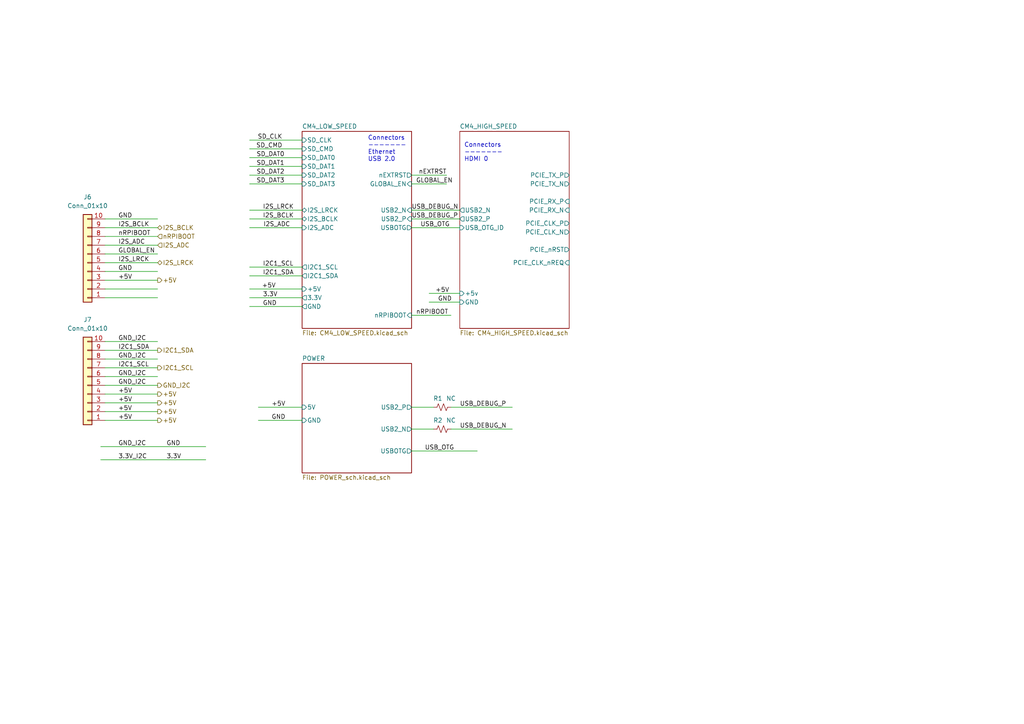
<source format=kicad_sch>
(kicad_sch (version 20230121) (generator eeschema)
  (paper "A4")
  (lib_symbols
    (symbol "Connector_Generic:Conn_01x10" (pin_names (offset 1.016) hide)
      (property "Reference" "J" (at 0 12.7 0))
      (property "Value" "Conn_01x10" (at 0 -15.24 0))
      (symbol "Conn_01x10_1_1"
        (rectangle (start -1.27 -12.573) (end 0 -12.827) (stroke (width 0.1524)))
        (rectangle (start -1.27 -10.033) (end 0 -10.287) (stroke (width 0.1524)))
        (rectangle (start -1.27 -7.493) (end 0 -7.747) (stroke (width 0.1524)))
        (rectangle (start -1.27 -4.953) (end 0 -5.207) (stroke (width 0.1524)))
        (rectangle (start -1.27 -2.413) (end 0 -2.667) (stroke (width 0.1524)))
        (rectangle (start -1.27 0.127) (end 0 -0.127) (stroke (width 0.1524)))
        (rectangle (start -1.27 2.667) (end 0 2.413) (stroke (width 0.1524)))
        (rectangle (start -1.27 5.207) (end 0 4.953) (stroke (width 0.1524)))
        (rectangle (start -1.27 7.747) (end 0 7.493) (stroke (width 0.1524)))
        (rectangle (start -1.27 10.287) (end 0 10.033) (stroke (width 0.1524)))
        (rectangle (start -1.27 11.43) (end 1.27 -13.97) (stroke (width 0.254)) (fill (type background)))
        (pin passive line (at -5.08 10.16 0) (length 3.81) (name "Pin_1") (number "1"))
        (pin passive line (at -5.08 -12.7 0) (length 3.81) (name "Pin_10") (number "10"))
        (pin passive line (at -5.08 7.62 0) (length 3.81) (name "Pin_2") (number "2"))
        (pin passive line (at -5.08 5.08 0) (length 3.81) (name "Pin_3") (number "3"))
        (pin passive line (at -5.08 2.54 0) (length 3.81) (name "Pin_4") (number "4"))
        (pin passive line (at -5.08 0 0) (length 3.81) (name "Pin_5") (number "5"))
        (pin passive line (at -5.08 -2.54 0) (length 3.81) (name "Pin_6") (number "6"))
        (pin passive line (at -5.08 -5.08 0) (length 3.81) (name "Pin_7") (number "7"))
        (pin passive line (at -5.08 -7.62 0) (length 3.81) (name "Pin_8") (number "8"))
        (pin passive line (at -5.08 -10.16 0) (length 3.81) (name "Pin_9") (number "9"))
      )
    )
    (symbol "Device:R_Small_US" (pin_numbers hide) (pin_names (offset 0.254) hide)
      (property "Reference" "R" (at 0.762 0.508 0))
      (property "Value" "R_Small_US" (at 0.762 -1.016 0))
      (symbol "R_Small_US_1_1"
        (polyline (pts (xy 0 0) (xy 1.016 -0.381) (xy 0 -0.762) (xy -1.016 -1.143) (xy 0 -1.524)))
        (polyline (pts (xy 0 1.524) (xy 1.016 1.143) (xy 0 0.762) (xy -1.016 0.381) (xy 0 0)))
        (pin passive line (at 0 2.54 270) (length 1.016) (name "~") (number "1"))
        (pin passive line (at 0 -2.54 90) (length 1.016) (name "~") (number "2"))
      )
    )
  )
  (wire (pts (xy 30.48 78.74) (xy 45.72 78.74)))
  (wire (pts (xy 72.39 60.96) (xy 87.63 60.96)))
  (wire (pts (xy 30.48 114.3) (xy 45.72 114.3)))
  (wire (pts (xy 124.46 85.09) (xy 133.35 85.09)))
  (wire (pts (xy 30.48 81.28) (xy 45.72 81.28)))
  (wire (pts (xy 30.48 106.68) (xy 45.72 106.68)))
  (wire (pts (xy 119.38 66.04) (xy 133.35 66.04)))
  (wire (pts (xy 30.48 111.76) (xy 45.72 111.76)))
  (wire (pts (xy 30.48 83.82) (xy 45.72 83.82)))
  (wire (pts (xy 119.38 91.44) (xy 130.81 91.44)))
  (wire (pts (xy 30.48 68.58) (xy 45.72 68.58)))
  (wire (pts (xy 72.39 86.36) (xy 87.63 86.36)))
  (wire (pts (xy 30.48 119.38) (xy 45.72 119.38)))
  (wire (pts (xy 30.48 63.5) (xy 45.72 63.5)))
  (wire (pts (xy 72.39 80.01) (xy 87.63 80.01)))
  (wire (pts (xy 30.48 104.14) (xy 45.72 104.14)))
  (wire (pts (xy 30.48 66.04) (xy 45.72 66.04)))
  (wire (pts (xy 72.39 45.72) (xy 87.63 45.72)))
  (wire (pts (xy 72.39 88.9) (xy 87.63 88.9)))
  (wire (pts (xy 72.39 66.04) (xy 87.63 66.04)))
  (wire (pts (xy 119.38 124.46) (xy 125.73 124.46)))
  (wire (pts (xy 119.38 60.96) (xy 133.35 60.96)))
  (wire (pts (xy 30.48 76.2) (xy 45.72 76.2)))
  (wire (pts (xy 72.39 40.64) (xy 87.63 40.64)))
  (wire (pts (xy 29.21 129.54) (xy 59.69 129.54)))
  (wire (pts (xy 119.38 53.34) (xy 129.54 53.34)))
  (wire (pts (xy 30.48 116.84) (xy 45.72 116.84)))
  (wire (pts (xy 72.39 63.5) (xy 87.63 63.5)))
  (wire (pts (xy 30.48 99.06) (xy 45.72 99.06)))
  (wire (pts (xy 72.39 50.8) (xy 87.63 50.8)))
  (wire (pts (xy 30.48 101.6) (xy 45.72 101.6)))
  (wire (pts (xy 30.48 109.22) (xy 45.72 109.22)))
  (wire (pts (xy 72.39 77.47) (xy 87.63 77.47)))
  (wire (pts (xy 74.93 118.11) (xy 87.63 118.11)))
  (wire (pts (xy 30.48 86.36) (xy 45.72 86.36)))
  (wire (pts (xy 72.39 43.18) (xy 87.63 43.18)))
  (wire (pts (xy 72.39 53.34) (xy 87.63 53.34)))
  (wire (pts (xy 119.38 63.5) (xy 133.35 63.5)))
  (wire (pts (xy 29.21 133.35) (xy 59.69 133.35)))
  (wire (pts (xy 129.54 50.8) (xy 119.38 50.8)))
  (wire (pts (xy 119.38 130.81) (xy 138.43 130.81)))
  (wire (pts (xy 30.48 121.92) (xy 45.72 121.92)))
  (wire (pts (xy 130.81 124.46) (xy 148.59 124.46)))
  (wire (pts (xy 74.93 121.92) (xy 87.63 121.92)))
  (wire (pts (xy 119.38 118.11) (xy 125.73 118.11)))
  (wire (pts (xy 72.39 83.82) (xy 87.63 83.82)))
  (wire (pts (xy 124.46 87.63) (xy 133.35 87.63)))
  (wire (pts (xy 30.48 73.66) (xy 45.72 73.66)))
  (wire (pts (xy 72.39 48.26) (xy 87.63 48.26)))
  (wire (pts (xy 130.81 118.11) (xy 148.59 118.11)))
  (wire (pts (xy 30.48 71.12) (xy 45.72 71.12)))
  (text "Connectors\n-------\nHDMI 0" (at 134.62 46.99 0) (effects (font (size 1.27 1.27)) (justify left bottom)))
  (text "Connectors\n-------\nEthernet\nUSB 2.0" (at 106.68 46.99 0) (effects (font (size 1.27 1.27)) (justify left bottom)))
  (label "GND" (at 34.29 78.74 0))
  (label "+5V" (at 34.29 114.3 0))
  (label "USB_DEBUG_P" (at 119.38 63.5 0))
  (label "SD_DAT3" (at 82.55 53.34 180))
  (label "nRPIBOOT" (at 120.65 91.44 0))
  (label "I2S_BCLK" (at 76.2 63.5 0))
  (label "GND_I2C" (at 34.29 109.22 0))
  (label "USB_OTG" (at 121.92 66.04 0))
  (label "SD_CMD" (at 81.915 43.18 180))
  (label "GLOBAL_EN" (at 120.65 53.34 0))
  (label "GND" (at 78.74 121.92 0))
  (label "+5V" (at 130.3261 85.09 180))
  (label "I2C1_SCL" (at 34.29 106.68 0))
  (label "GND_I2C" (at 34.29 111.76 0))
  (label "GND_I2C" (at 34.29 99.06 0))
  (label "+5V" (at 34.29 116.84 0))
  (label "GND" (at 48.26 129.54 0))
  (label "I2C1_SDA" (at 76.2 80.01 0))
  (label "I2S_LRCK" (at 76.2 60.96 0))
  (label "+5V" (at 78.74 118.11 0))
  (label "GLOBAL_EN" (at 34.29 73.66 0))
  (label "I2S_ADC" (at 34.29 71.12 0))
  (label "SD_DAT0" (at 82.55 45.72 180))
  (label "I2C1_SDA" (at 34.29 101.6 0))
  (label "SD_DAT1" (at 82.55 48.26 180))
  (label "I2S_LRCK" (at 34.29 76.2 0))
  (label "GND_I2C" (at 34.29 104.14 0))
  (label "GND" (at 76.2 88.9 0))
  (label "+5V" (at 34.253 119.38 0))
  (label "+5V" (at 34.29 81.28 0))
  (label "GND_I2C" (at 34.29 129.54 0))
  (label "I2C1_SCL" (at 76.2 77.47 0))
  (label "SD_DAT2" (at 82.55 50.8 180))
  (label "3.3V" (at 76.2 86.36 0))
  (label "3.3V" (at 48.26 133.35 0))
  (label "nRPIBOOT" (at 34.29 68.58 0))
  (label "+5V" (at 34.29 121.92 0))
  (label "USB_DEBUG_N" (at 133.35 124.46 0))
  (label "USB_OTG" (at 123.19 130.81 0))
  (label "USB_DEBUG_P" (at 133.35 118.11 0))
  (label "GND" (at 127 87.63 0))
  (label "I2S_ADC" (at 76.3577 66.04 0))
  (label "GND" (at 34.29 63.5 0))
  (label "SD_CLK" (at 81.915 40.64 180))
  (label "USB_DEBUG_N" (at 119.38 60.96 0))
  (label "I2S_BCLK" (at 34.29 66.04 0))
  (label "3.3V_I2C" (at 34.29 133.35 0))
  (label "+5V" (at 80.01 83.82 180))
  (label "nEXTRST" (at 129.54 50.8 180))
  (hierarchical_label "I2S_LRCK" (shape bidirectional) (at 45.72 76.2 0))
  (hierarchical_label "+5V" (shape output) (at 45.72 119.38 0))
  (hierarchical_label "+5V" (shape output) (at 45.72 81.28 0))
  (hierarchical_label "nRPIBOOT" (shape input) (at 45.72 68.58 0))
  (hierarchical_label "I2S_ADC" (shape input) (at 45.72 71.12 0))
  (hierarchical_label "I2S_BCLK" (shape bidirectional) (at 45.72 66.04 0))
  (hierarchical_label "GND_I2C" (shape output) (at 45.72 111.76 0))
  (hierarchical_label "I2C1_SDA" (shape output) (at 45.72 101.6 0))
  (hierarchical_label "I2C1_SCL" (shape output) (at 45.72 106.68 0))
  (hierarchical_label "+5V" (shape output) (at 45.72 116.84 0))
  (hierarchical_label "+5V" (shape output) (at 45.72 114.3 0))
  (hierarchical_label "+5V" (shape output) (at 45.72 121.92 0))
  (symbol (lib_id "Device:R_Small_US") (at 128.27 124.46 90) (unit 1)
    (property "Reference" "R2" (at 127 121.92 90))
    (property "Value" "NC" (at 130.81 121.92 90))
    (property "Footprint" "Resistor_SMD:R_0402_1005Metric" (effects hide))
  )
  (symbol (lib_id "Connector_Generic:Conn_01x10") (at 25.4 76.2 180) (unit 1)
    (property "Reference" "J6" (at 25.4 57.15 0))
    (property "Value" "Conn_01x10" (at 25.4 59.69 0))
    (property "Footprint" "Connector_PinHeader_2.54mm:PinHeader_1x10_P2.54mm_Vertical" (effects hide))
  )
  (symbol (lib_id "Device:R_Small_US") (at 128.27 118.11 90) (unit 1)
    (property "Reference" "R1" (at 127 115.57 90))
    (property "Value" "NC" (at 130.81 115.57 90))
    (property "Footprint" "Resistor_SMD:R_0402_1005Metric" (effects hide))
  )
  (symbol (lib_id "Connector_Generic:Conn_01x10") (at 25.4 111.76 180) (unit 1)
    (property "Reference" "J7" (at 25.4 92.71 0))
    (property "Value" "Conn_01x10" (at 25.4 95.25 0))
    (property "Footprint" "Connector_PinHeader_2.54mm:PinHeader_1x10_P2.54mm_Vertical" (effects hide))
  )
  (sheet (at 87.63 38.1) (size 31.75 57.15) (stroke (width 0.1524))
    (property "Sheetname" "CM4_LOW_SPEED" (at 87.63 37.3884 0) (effects (justify left bottom)))
    (property "Sheetfile" "CM4_LOW_SPEED.kicad_sch" (at 87.63 95.8346 0) (effects (justify left top)))
    (pin "USB2_N" input (at 119.38 60.96 0))
    (pin "USB2_P" input (at 119.38 63.5 0))
    (pin "USBOTG" output (at 119.38 66.04 0))
    (pin "I2S_LRCK" bidirectional (at 87.63 60.96 180))
    (pin "I2S_ADC" input (at 87.63 66.04 180))
    (pin "I2S_BCLK" bidirectional (at 87.63 63.5 180))
    (pin "I2C1_SCL" output (at 87.63 77.47 180))
    (pin "I2C1_SDA" output (at 87.63 80.01 180))
    (pin "3.3V" output (at 87.63 86.36 180))
    (pin "GND" output (at 87.63 88.9 180))
    (pin "SD_CLK" input (at 87.63 40.64 180))
    (pin "SD_DAT3" input (at 87.63 53.34 180))
    (pin "SD_DAT0" input (at 87.63 45.72 180))
    (pin "SD_DAT1" input (at 87.63 48.26 180))
    (pin "SD_DAT2" input (at 87.63 50.8 180))
    (pin "SD_CMD" input (at 87.63 43.18 180))
    (pin "+5V" input (at 87.63 83.82 180))
    (pin "nRPIBOOT" input (at 119.38 91.44 0))
    (pin "nEXTRST" output (at 119.38 50.8 0))
    (pin "GLOBAL_EN" input (at 119.38 53.34 0))
  )
  (sheet (at 87.63 105.41) (size 31.75 31.75) (stroke (width 0.1524))
    (property "Sheetname" "POWER" (at 87.63 104.6984 0) (effects (justify left bottom)))
    (property "Sheetfile" "POWER_sch.kicad_sch" (at 87.63 137.7446 0) (effects (justify left top)))
    (pin "5V" input (at 87.63 118.11 180))
    (pin "GND" input (at 87.63 121.92 180))
    (pin "USB2_P" output (at 119.38 118.11 0))
    (pin "USB2_N" output (at 119.38 124.46 0))
    (pin "USBOTG" output (at 119.38 130.81 0))
  )
  (sheet (at 133.35 38.1) (size 31.75 57.15) (stroke (width 0.1524))
    (property "Sheetname" "CM4_HIGH_SPEED" (at 133.35 37.3884 0) (effects (justify left bottom)))
    (property "Sheetfile" "CM4_HIGH_SPEED.kicad_sch" (at 133.35 95.8346 0) (effects (justify left top)))
    (pin "PCIE_nRST" output (at 165.1 72.39 0))
    (pin "PCIE_RX_N" input (at 165.1 60.96 0))
    (pin "PCIE_CLK_P" output (at 165.1 64.77 0))
    (pin "PCIE_CLK_N" output (at 165.1 67.31 0))
    (pin "PCIE_CLK_nREQ" input (at 165.1 76.2 0))
    (pin "PCIE_TX_P" output (at 165.1 50.8 0))
    (pin "PCIE_RX_P" input (at 165.1 58.42 0))
    (pin "PCIE_TX_N" output (at 165.1 53.34 0))
    (pin "+5v" input (at 133.35 85.09 180))
    (pin "USB2_N" output (at 133.35 60.96 180))
    (pin "USB2_P" output (at 133.35 63.5 180))
    (pin "GND" input (at 133.35 87.63 180))
    (pin "USB_OTG_ID" input (at 133.35 66.04 180))
  )
)
</source>
